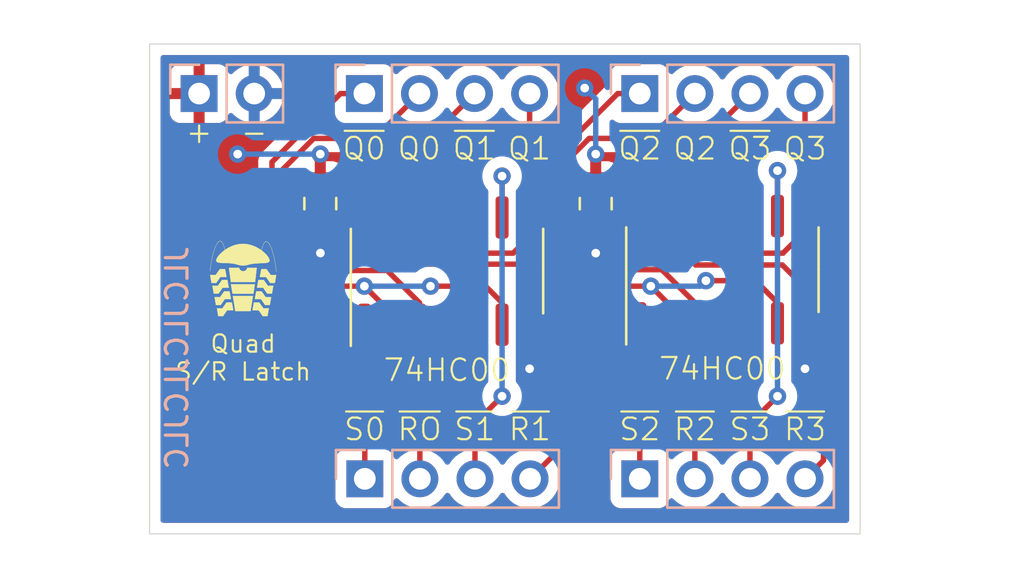
<source format=kicad_pcb>
(kicad_pcb (version 20211014) (generator pcbnew)
  (layers (0 "F.Cu" signal) (31 "B.Cu" signal) (34 "B.Paste" user) (35 "F.Paste" user) (36 "B.SilkS" user "B.Silkscreen") (37 "F.SilkS" user "F.Silkscreen") (38 "B.Mask" user) (39 "F.Mask" user) (44 "Edge.Cuts" user))
  (net 0 "")
  (net 1 "VCC")
  (net 2 "GND")
  (net 3 "/~{S0}")
  (net 4 "/~{R0}")
  (net 5 "/~{S1}")
  (net 6 "/~{R1}")
  (net 7 "/~{Q0}")
  (net 8 "/Q0")
  (net 9 "/~{Q1}")
  (net 10 "/Q1")
  (net 11 "/~{S2}")
  (net 12 "/~{Q2}")
  (net 13 "/Q2")
  (net 14 "/~{R2}")
  (net 15 "/Q3")
  (net 16 "/~{S3}")
  (net 17 "/~{Q3}")
  (net 18 "/~{R3}")
  (footprint "Stephenv6:trilobyte-logo-tiny" (layer "F.Cu") (at 131.816 85.982558)
    (fp_text reference "REF**" hide)
    (fp_text value "trilobyte-logo-tiny" hide)
    (fp_line (start 1.18856 4.238838) (end 1.210349 4.268917) (layer "F.SilkS") (width 0.013229))
    (fp_line (start -1.47656 5.210416) (end -1.499947 5.371484) (layer "F.SilkS") (width 0.013229))
    (fp_line (start 1.210349 4.268917) (end 1.252942 4.340618) (layer "F.SilkS") (width 0.013229))
    (fp_line (start 1.089605 4.160794) (end 1.108118 4.167306) (layer "F.SilkS") (width 0.013229))
    (fp_line (start -0.985756 4.167441) (end -1.001398 4.154511) (layer "F.SilkS") (width 0.013229))
    (fp_line (start -1.308313 4.495001) (end -1.341206 4.594051) (layer "F.SilkS") (width 0.013229))
    (fp_line (start -1.017583 4.145139) (end -1.034326 4.13949) (layer "F.SilkS") (width 0.013229))
    (fp_line (start -1.051645 4.137731) (end -1.069555 4.140024) (layer "F.SilkS") (width 0.013229))
    (fp_line (start -0.82438 4.584313) (end -0.84485 4.497365) (layer "F.SilkS") (width 0.013229))
    (fp_line (start -1.190348 4.248147) (end -1.190348 4.248147) (layer "F.SilkS") (width 0.013229))
    (fp_line (start 1.054383 4.16026) (end 1.071699 4.1585) (layer "F.SilkS") (width 0.013229))
    (fp_line (start -1.069555 4.140024) (end -1.088073 4.146536) (layer "F.SilkS") (width 0.013229))
    (fp_line (start -0.787086 4.771878) (end -0.82438 4.584313) (layer "F.SilkS") (width 0.013229))
    (fp_line (start 0.961979 4.246704) (end 0.990699 4.204535) (layer "F.SilkS") (width 0.013229))
    (fp_line (start 0.807092 4.792648) (end 0.844399 4.605083) (layer "F.SilkS") (width 0.013229))
    (fp_line (start 0.773786 4.989642) (end 0.807092 4.792648) (layer "F.SilkS") (width 0.013229))
    (fp_line (start -1.190348 4.248147) (end -1.232963 4.319849) (layer "F.SilkS") (width 0.013229))
    (fp_line (start 1.021458 4.17528) (end 1.037641 4.165909) (layer "F.SilkS") (width 0.013229))
    (fp_line (start -1.168547 4.218069) (end -1.190348 4.248147) (layer "F.SilkS") (width 0.013229))
    (fp_line (start 0.886745 4.437504) (end 0.910131 4.364508) (layer "F.SilkS") (width 0.013229))
    (fp_line (start 1.167459 4.213803) (end 1.18856 4.238838) (layer "F.SilkS") (width 0.013229))
    (fp_line (start 1.037641 4.165909) (end 1.054383 4.16026) (layer "F.SilkS") (width 0.013229))
    (fp_line (start 0.935166 4.300469) (end 0.961979 4.246704) (layer "F.SilkS") (width 0.013229))
    (fp_line (start -1.232963 4.319849) (end -1.272259 4.402867) (layer "F.SilkS") (width 0.013229))
    (fp_line (start -1.397819 4.804102) (end -1.442727 5.015423) (layer "F.SilkS") (width 0.013229))
    (fp_line (start 0.844399 4.605083) (end 0.864877 4.518135) (layer "F.SilkS") (width 0.013229))
    (fp_line (start -1.272259 4.402867) (end -1.308313 4.495001) (layer "F.SilkS") (width 0.013229))
    (fp_line (start -0.753785 4.968872) (end -0.787086 4.771878) (layer "F.SilkS") (width 0.013229))
    (fp_line (start -1.499947 5.371484) (end -1.517902 5.521455) (layer "F.SilkS") (width 0.013229))
    (fp_line (start -1.107215 4.157432) (end -1.126997 4.172876) (layer "F.SilkS") (width 0.013229))
    (fp_line (start 0.864877 4.518135) (end 0.886745 4.437504) (layer "F.SilkS") (width 0.013229))
    (fp_line (start -0.890087 4.343738) (end -0.915115 4.279699) (layer "F.SilkS") (width 0.013229))
    (fp_line (start 1.51993 5.392142) (end 1.537903 5.542092) (layer "F.SilkS") (width 0.013229))
    (fp_line (start 1.108118 4.167306) (end 1.127254 4.178202) (layer "F.SilkS") (width 0.013229))
    (fp_line (start 1.127254 4.178202) (end 1.147029 4.193646) (layer "F.SilkS") (width 0.013229))
    (fp_line (start -1.126997 4.172876) (end -1.147436 4.193033) (layer "F.SilkS") (width 0.013229))
    (fp_line (start -0.866709 4.416734) (end -0.890087 4.343738) (layer "F.SilkS") (width 0.013229))
    (fp_line (start 1.496527 5.231095) (end 1.51993 5.392142) (layer "F.SilkS") (width 0.013229))
    (fp_line (start -0.97064 4.183765) (end -0.985756 4.167441) (layer "F.SilkS") (width 0.013229))
    (fp_line (start -1.034326 4.13949) (end -1.051645 4.137731) (layer "F.SilkS") (width 0.013229))
    (fp_line (start -1.442727 5.015423) (end -1.47656 5.210416) (layer "F.SilkS") (width 0.013229))
    (fp_line (start 0.990699 4.204535) (end 1.005816 4.188211) (layer "F.SilkS") (width 0.013229))
    (fp_line (start 1.292222 4.423631) (end 1.328265 4.515758) (layer "F.SilkS") (width 0.013229))
    (fp_line (start 1.390957 4.718557) (end 1.417762 4.82483) (layer "F.SilkS") (width 0.013229))
    (fp_line (start 1.252942 4.340618) (end 1.292222 4.423631) (layer "F.SilkS") (width 0.013229))
    (fp_line (start -0.915115 4.279699) (end -0.941923 4.225934) (layer "F.SilkS") (width 0.013229))
    (fp_line (start 1.005816 4.188211) (end 1.021458 4.17528) (layer "F.SilkS") (width 0.013229))
    (fp_line (start -1.088073 4.146536) (end -1.107215 4.157432) (layer "F.SilkS") (width 0.013229))
    (fp_line (start 1.147029 4.193646) (end 1.167459 4.213803) (layer "F.SilkS") (width 0.013229))
    (fp_line (start 1.361151 4.6148) (end 1.390957 4.718557) (layer "F.SilkS") (width 0.013229))
    (fp_line (start -1.001398 4.154511) (end -1.017583 4.145139) (layer "F.SilkS") (width 0.013229))
    (fp_line (start 1.417762 4.82483) (end 1.462679 5.036126) (layer "F.SilkS") (width 0.013229))
    (fp_line (start -1.341206 4.594051) (end -1.371015 4.697818) (layer "F.SilkS") (width 0.013229))
    (fp_line (start -1.147436 4.193033) (end -1.168547 4.218069) (layer "F.SilkS") (width 0.013229))
    (fp_line (start 1.328265 4.515758) (end 1.361151 4.6148) (layer "F.SilkS") (width 0.013229))
    (fp_line (start -0.84485 4.497365) (end -0.866709 4.416734) (layer "F.SilkS") (width 0.013229))
    (fp_line (start -1.371015 4.697818) (end -1.397819 4.804102) (layer "F.SilkS") (width 0.013229))
    (fp_line (start -0.941923 4.225934) (end -0.97064 4.183765) (layer "F.SilkS") (width 0.013229))
    (fp_line (start 1.210349 4.268917) (end 1.210349 4.268917) (layer "F.SilkS") (width 0.013229))
    (fp_line (start 1.462679 5.036126) (end 1.496527 5.231095) (layer "F.SilkS") (width 0.013229))
    (fp_line (start 1.071699 4.1585) (end 1.089605 4.160794) (layer "F.SilkS") (width 0.013229))
    (fp_line (start 0.910131 4.364508) (end 0.935166 4.300469) (layer "F.SilkS") (width 0.013229))
    (fp_poly (pts (xy -0.46539 6.67398) (xy -0.352942 7.371156) (xy 0.347014 7.371156) (xy 0.459462 6.67398) (xy -0.46539 6.67398)) (layer "F.SilkS") (width 0.013229) (fill solid))
    (fp_poly (pts (xy -0.00303 4.266536) (xy -0.069113 4.268348) (xy -0.13437 4.273651) (xy -0.198703 4.282246) (xy -0.262016 4.293934) (xy -0.32421 4.308515) (xy -0.38519 4.32579) (xy -0.444857 4.34556) (xy -0.503115 4.367625) (xy -0.615016 4.417845) (xy -0.720114 4.474856) (xy -0.817634 4.537063) (xy -0.906797 4.602871) (xy -0.986828 4.670687) (xy -1.056949 4.738917) (xy -1.116383 4.805965) (xy -1.164355 4.870239) (xy -1.200085 4.930143) (xy -1.222799 4.984083) (xy -1.229031 5.008318) (xy -1.231718 5.030465) (xy -1.230762 5.050323) (xy -1.226067 5.067695) (xy -1.219423 5.079972) (xy -1.210251 5.09087) (xy -1.198654 5.100477) (xy -1.184733 5.108882) (xy -1.168593 5.116176) (xy -1.150335 5.122447) (xy -1.130063 5.127785) (xy -1.107878 5.13228) (xy -1.058184 5.139097) (xy -1.002073 5.143613) (xy -0.87389 5.148607) (xy -0.729899 5.152988) (xy -0.65403 5.156737) (xy -0.576674 5.162479) (xy -0.498651 5.170931) (xy -0.420785 5.182808) (xy -0.382167 5.190254) (xy -0.343895 5.198825) (xy -0.306074 5.208609) (xy -0.268804 5.219698) (xy -0.237212 5.229651) (xy -0.205341 5.238342) (xy -0.17323 5.24577) (xy -0.140914 5.251933) (xy -0.108432 5.256832) (xy -0.07582 5.260466) (xy -0.043116 5.262834) (xy -0.010356 5.263936) (xy 0.022421 5.263771) (xy 0.05518 5.262339) (xy 0.087882 5.259639) (xy 0.120491 5.255671) (xy 0.15297 5.250434) (xy 0.185281 5.243928) (xy 0.217387 5.236152) (xy 0.249251 5.227106) (xy 0.326672 5.207381) (xy 0.405603 5.192106) (xy 0.485243 5.180607) (xy 0.564789 5.172209) (xy 0.720386 5.162017) (xy 0.865977 5.156131) (xy 0.995141 5.149154) (xy 1.051557 5.14357) (xy 1.101458 5.135688) (xy 1.144043 5.124835) (xy 1.178509 5.110334) (xy 1.192447 5.101506) (xy 1.204054 5.091512) (xy 1.213229 5.08027) (xy 1.219874 5.067695) (xy 1.224588 5.049974) (xy 1.225549 5.029809) (xy 1.222856 5.007398) (xy 1.216606 4.982938) (xy 1.206899 4.956625) (xy 1.193833 4.928658) (xy 1.177505 4.899232) (xy 1.158015 4.868546) (xy 1.13546 4.836796) (xy 1.109939 4.80418) (xy 1.08155 4.770895) (xy 1.050391 4.737138) (xy 1.016561 4.703106) (xy 0.980158 4.668996) (xy 0.94128 4.635006) (xy 0.900026 4.601333) (xy 0.856493 4.568174) (xy 0.810781 4.535726) (xy 0.762987 4.504186) (xy 0.71321 4.473751) (xy 0.661548 4.444619) (xy 0.608099 4.416987) (xy 0.552962 4.391052) (xy 0.496234 4.367012) (xy 0.438015 4.345062) (xy 0.378403 4.325401) (xy 0.317495 4.308226) (xy 0.255391 4.293733) (xy 0.192188 4.282121) (xy 0.127984 4.273586) (xy 0.062879 4.268325) (xy -0.00303 4.266536)) (layer "F.SilkS") (width 0.013229) (fill solid))
    (fp_poly (pts (xy -0.643983 5.370907) (xy -0.174877 5.370907) (xy -0.174098 5.37687) (xy -0.173147 5.382805) (xy -0.172026 5.388707) (xy -0.170736 5.394574) (xy -0.169277 5.4004) (xy -0.16765 5.406184) (xy -0.165856 5.41192) (xy -0.163897 5.417606) (xy -0.162846 5.420012) (xy -0.161749 5.422396) (xy -0.160607 5.424757) (xy -0.15942 5.427094) (xy -0.158188 5.429406) (xy -0.156912 5.431694) (xy -0.155592 5.433956) (xy -0.154229 5.436192) (xy -0.152823 5.438401) (xy -0.151373 5.440583) (xy -0.149882 5.442736) (xy -0.148349 5.444861) (xy -0.146774 5.446956) (xy -0.145158 5.449022) (xy -0.143501 5.451056) (xy -0.141804 5.45306) (xy -0.139515 5.455978) (xy -0.137175 5.458852) (xy -0.134784 5.461681) (xy -0.132342 5.464465) (xy -0.12985 5.467202) (xy -0.127309 5.469892) (xy -0.124719 5.472535) (xy -0.122081 5.475129) (xy -0.119397 5.477675) (xy -0.116665 5.480171) (xy -0.113888 5.482617) (xy -0.111066 5.485012) (xy -0.108199 5.487355) (xy -0.105289 5.489647) (xy -0.102335 5.491885) (xy -0.099339 5.494071) (xy -0.095465 5.49671) (xy -0.091534 5.499255) (xy -0.087548 5.501704) (xy -0.083508 5.504058) (xy -0.079415 5.506314) (xy -0.075273 5.508472) (xy -0.071082 5.510532) (xy -0.066844 5.512492) (xy -0.062561 5.514352) (xy -0.058235 5.516111) (xy -0.053868 5.517768) (xy -0.049461 5.519322) (xy -0.045016 5.520773) (xy -0.040535 5.52212) (xy -0.03602 5.523361) (xy -0.031473 5.524497) (xy -0.027056 5.525552) (xy -0.022616 5.5265) (xy -0.018156 5.52734) (xy -0.013678 5.528073) (xy -0.009184 5.528698) (xy -0.004675 5.529214) (xy -0.000154 5.529622) (xy 0.004378 5.529922) (xy 0.008588 5.530073) (xy 0.012799 5.530125) (xy 0.01701 5.530076) (xy 0.021217 5.529928) (xy 0.025419 5.529679) (xy 0.029615 5.52933) (xy 0.033802 5.528882) (xy 0.03798 5.528334) (xy 0.042011 5.527593) (xy 0.046021 5.526761) (xy 0.050008 5.525841) (xy 0.05397 5.524831) (xy 0.057907 5.523733) (xy 0.061817 5.522548) (xy 0.065698 5.521275) (xy 0.069549 5.519915) (xy 0.073369 5.518469) (xy 0.077155 5.516937) (xy 0.080907 5.51532) (xy 0.084623 5.513618) (xy 0.088302 5.511833) (xy 0.091942 5.509964) (xy 0.095541 5.508011) (xy 0.099099 5.505976) (xy 0.102816 5.503865) (xy 0.106485 5.501676) (xy 0.110102 5.49941) (xy 0.113669 5.497068) (xy 0.117182 5.494651) (xy 0.120641 5.492159) (xy 0.124046 5.489595) (xy 0.127394 5.486959) (xy 0.130684 5.484251) (xy 0.133917 5.481473) (xy 0.137089 5.478625) (xy 0.140201 5.475709) (xy 0.14325 5.472726) (xy 0.146237 5.469675) (xy 0.149159 5.466559) (xy 0.152016 5.463379) (xy 0.15456 5.46061) (xy 0.15703 5.457782) (xy 0.159426 5.454895) (xy 0.161747 5.45195) (xy 0.163991 5.44895) (xy 0.166158 5.445896) (xy 0.168247 5.442789) (xy 0.170256 5.439632) (xy 0.172185 5.436424) (xy 0.174034 5.433169) (xy 0.1758 5.429867) (xy 0.177483 5.42652) (xy 0.179083 5.423129) (xy 0.180598 5.419696) (xy 0.182026 5.416223) (xy 0.183369 5.412711) (xy 0.184965 5.407551) (xy 0.186493 5.40237) (xy 0.187952 5.39717) (xy 0.189343 5.391952) (xy 0.190665 5.386716) (xy 0.191918 5.381463) (xy 0.193102 5.376193) (xy 0.194217 5.370907) (xy 0.634483 5.370907) (xy 0.559474 6.024692) (xy -0.555877 6.024692) (xy -0.643983 5.370907)) (layer "F.SilkS") (width 0.013229) (fill solid))
    (fp_poly (pts (xy 0.504838 6.969519) (xy 0.439221 7.330279) (xy 0.724706 7.330279) (xy 0.911767 7.60227) (xy 1.129783 7.60227) (xy 1.191431 7.239527) (xy 0.940739 7.241511) (xy 0.745873 6.969519) (xy 0.504838 6.969519)) (layer "F.SilkS") (width 0.013229) (fill solid))
    (fp_poly (pts (xy 0.845621 5.434804) (xy 0.780004 5.795431) (xy 1.06549 5.795431) (xy 1.25255 6.067422) (xy 1.470566 6.067422) (xy 1.532214 5.704811) (xy 1.281522 5.706795) (xy 1.086656 5.434804) (xy 0.845621 5.434804)) (layer "F.SilkS") (width 0.013229) (fill solid))
    (fp_poly (pts (xy -0.825091 5.434804) (xy -0.759606 5.795431) (xy -1.045092 5.795431) (xy -1.232152 6.067422) (xy -1.450169 6.067422) (xy -1.511817 5.704811) (xy -1.261124 5.706795) (xy -1.066258 5.434804) (xy -0.825091 5.434804)) (layer "F.SilkS") (width 0.013229) (fill solid))
    (fp_poly (pts (xy 0.612523 6.455963) (xy 0.547039 6.81659) (xy 0.832392 6.81659) (xy 1.019584 7.088582) (xy 1.237469 7.088582) (xy 1.299249 6.72597) (xy 1.048556 6.727955) (xy 0.853691 6.455963) (xy 0.612523 6.455963)) (layer "F.SilkS") (width 0.013229) (fill solid))
    (fp_poly (pts (xy -0.620965 6.455963) (xy -0.55548 6.81659) (xy -0.840833 6.81659) (xy -1.028026 7.088582) (xy -1.24591 7.088582) (xy -1.307691 6.72597) (xy -1.056866 6.727955) (xy -0.862132 6.455963) (xy -0.620965 6.455963)) (layer "F.SilkS") (width 0.013229) (fill solid))
    (fp_poly (pts (xy -0.301348 4.606922) (xy -0.30145 4.607871) (xy -0.30172 4.609548) (xy -0.302538 4.614033) (xy -0.303729 4.620152) (xy -0.314845 4.62122) (xy -0.325934 4.622514) (xy -0.336992 4.624032) (xy -0.348016 4.625774) (xy -0.359003 4.627739) (xy -0.369948 4.629927) (xy -0.380849 4.632336) (xy -0.391702 4.634968) (xy -0.397398 4.636709) (xy -0.40307 4.638525) (xy -0.408716 4.640416) (xy -0.414337 4.64238) (xy -0.419932 4.644419) (xy -0.425499 4.646531) (xy -0.431039 4.648716) (xy -0.43655 4.650975) (xy -0.438162 4.651618) (xy -0.439975 4.652373) (xy -0.444504 4.654316) (xy -0.450744 4.657003) (xy -0.459304 4.660633) (xy -0.482323 4.670422) (xy -0.48719 4.672742) (xy -0.492019 4.675137) (xy -0.49681 4.677607) (xy -0.501562 4.680151) (xy -0.506273 4.682769) (xy -0.510944 4.68546) (xy -0.515572 4.688223) (xy -0.520158 4.691059) (xy -0.525081 4.694723) (xy -0.52995 4.698538) (xy -0.539654 4.706439) (xy -0.544556 4.710431) (xy -0.549533 4.714389) (xy -0.554619 4.718266) (xy -0.557212 4.72016) (xy -0.559846 4.722016) (xy -0.560278 4.722556) (xy -0.560719 4.723088) (xy -0.561169 4.723612) (xy -0.561628 4.724129) (xy -0.562096 4.724638) (xy -0.562572 4.725139) (xy -0.563056 4.725632) (xy -0.563549 4.726117) (xy -0.564348 4.726898) (xy -0.565077 4.727576) (xy -0.565766 4.728187) (xy -0.566444 4.728763) (xy -0.567884 4.729949) (xy -0.568706 4.730628) (xy -0.569635 4.731409) (xy -0.574662 4.736436) (xy -0.581938 4.744638) (xy -0.586833 4.750326) (xy -0.591159 4.748767) (xy -0.595439 4.747094) (xy -0.599671 4.745308) (xy -0.603853 4.743409) (xy -0.607983 4.7414) (xy -0.612059 4.739281) (xy -0.616078 4.737052) (xy -0.620038 4.734716) (xy -0.622086 4.733576) (xy -0.624096 4.732377) (xy -0.626066 4.73112) (xy -0.627996 4.729806) (xy -0.629883 4.728436) (xy -0.631728 4.727011) (xy -0.633529 4.725532) (xy -0.635284 4.724001) (xy -0.636993 4.722418) (xy -0.638654 4.720784) (xy -0.640266 4.719101) (xy -0.641828 4.717369) (xy -0.64334 4.71559) (xy -0.644799 4.713764) (xy -0.646204 4.711893) (xy -0.647555 4.709977) (xy -0.657609 4.691457) (xy -0.641734 4.673862) (xy -0.635913 4.667925) (xy -0.63113 4.663091) (xy -0.628998 4.660961) (xy -0.627315 4.65931) (xy -0.623572 4.655681) (xy -0.619768 4.652119) (xy -0.615903 4.648625) (xy -0.611978 4.645198) (xy -0.607994 4.641841) (xy -0.603952 4.638553) (xy -0.599853 4.635336) (xy -0.595697 4.63219) (xy -0.592168 4.629313) (xy -0.588592 4.626497) (xy -0.584971 4.623741) (xy -0.581303 4.621046) (xy -0.577592 4.618414) (xy -0.573836 4.615843) (xy -0.570037 4.613336) (xy -0.566196 4.610892) (xy -0.564048 4.609563) (xy -0.561863 4.608246) (xy -0.557332 4.6056) (xy -0.547278 4.599911) (xy -0.540529 4.596182) (xy -0.535157 4.593297) (xy -0.531149 4.591205) (xy -0.528493 4.589857) (xy -0.516851 4.584036) (xy -0.501875 4.577167) (xy -0.486736 4.570687) (xy -0.47144 4.564597) (xy -0.455997 4.558902) (xy -0.440413 4.553604) (xy -0.424696 4.548705) (xy -0.408854 4.544208) (xy -0.392894 4.540116) (xy -0.378848 4.537192) (xy -0.364865 4.534588) (xy -0.351501 4.532325) (xy -0.339316 4.530425) (xy -0.313519 4.526886) (xy -0.312543 4.529197) (xy -0.310178 4.534956) (xy -0.308739 4.538578) (xy -0.307268 4.542401) (xy -0.305872 4.546206) (xy -0.304655 4.549773) (xy -0.303712 4.553266) (xy -0.302866 4.55678) (xy -0.302119 4.560311) (xy -0.301469 4.563858) (xy -0.300917 4.567419) (xy -0.300463 4.570992) (xy -0.300108 4.574575) (xy -0.29985 4.578165) (xy -0.299692 4.581761) (xy -0.299632 4.585361) (xy -0.29967 4.588962) (xy -0.299808 4.592563) (xy -0.300044 4.596162) (xy -0.300379 4.599756) (xy -0.300814 4.603344) (xy -0.301348 4.606922)) (layer "F.SilkS") (width 0.013229) (fill solid))
    (fp_poly (pts (xy -0.513279 6.969519) (xy -0.447662 7.330279) (xy -0.733148 7.330279) (xy -0.920208 7.60227) (xy -1.138225 7.60227) (xy -1.199873 7.239527) (xy -0.94918 7.241511) (xy -0.754314 6.969519) (xy -0.513279 6.969519)) (layer "F.SilkS") (width 0.013229) (fill solid))
    (fp_poly (pts (xy -0.55548 6.131452) (xy 0.546509 6.131452) (xy 0.481951 6.567088) (xy -0.479545 6.567088) (xy -0.55548 6.131452)) (layer "F.SilkS") (width 0.013229) (fill solid))
    (fp_poly (pts (xy -0.720448 5.929045) (xy -0.654963 6.289804) (xy -0.940449 6.289804) (xy -1.127509 6.561796) (xy -1.345394 6.561796) (xy -1.407174 6.199185) (xy -1.156481 6.201037) (xy -0.961616 5.929045) (xy -0.720448 5.929045)) (layer "F.SilkS") (width 0.013229) (fill solid))
    (fp_poly (pts (xy 0.591489 4.7199) (xy 0.588609 4.722146) (xy 0.585669 4.72431) (xy 0.582672 4.726392) (xy 0.579619 4.728389) (xy 0.576512 4.7303) (xy 0.573352 4.732125) (xy 0.570142 4.733862) (xy 0.566882 4.73551) (xy 0.565314 4.734224) (xy 0.561277 4.730979) (xy 0.558646 4.728908) (xy 0.555776 4.726692) (xy 0.552791 4.724445) (xy 0.549817 4.722281) (xy 0.547521 4.720793) (xy 0.545204 4.719338) (xy 0.542868 4.717915) (xy 0.540512 4.716525) (xy 0.538137 4.715169) (xy 0.535743 4.713846) (xy 0.53333 4.712556) (xy 0.530899 4.711301) (xy 0.520299 4.70505) (xy 0.513728 4.701106) (xy 0.506425 4.696617) (xy 0.482745 4.685768) (xy 0.478228 4.683897) (xy 0.472806 4.681717) (xy 0.469752 4.680537) (xy 0.466467 4.679313) (xy 0.462949 4.678054) (xy 0.459197 4.676772) (xy 0.447902 4.673267) (xy 0.441058 4.671191) (xy 0.433532 4.668967) (xy 0.42064 4.665311) (xy 0.412848 4.663193) (xy 0.404213 4.660947) (xy 0.394779 4.65862) (xy 0.384586 4.656261) (xy 0.373678 4.653917) (xy 0.362095 4.651637) (xy 0.351921 4.649786) (xy 0.341721 4.648099) (xy 0.331496 4.646577) (xy 0.321249 4.645221) (xy 0.310981 4.64403) (xy 0.300695 4.643004) (xy 0.290391 4.642144) (xy 0.280074 4.641451) (xy 0.278916 4.632802) (xy 0.277953 4.624875) (xy 0.277516 4.620852) (xy 0.277163 4.617109) (xy 0.276691 4.612367) (xy 0.276377 4.607617) (xy 0.276222 4.602861) (xy 0.276226 4.598103) (xy 0.276388 4.593349) (xy 0.276709 4.588601) (xy 0.277187 4.583864) (xy 0.277825 4.579142) (xy 0.278632 4.575153) (xy 0.279516 4.571182) (xy 0.280477 4.56723) (xy 0.281515 4.563298) (xy 0.282629 4.559387) (xy 0.283818 4.555497) (xy 0.285083 4.551631) (xy 0.286423 4.547788) (xy 0.286424 4.547788) (xy 0.309525 4.55017) (xy 0.320343 4.551393) (xy 0.332132 4.552811) (xy 0.344372 4.554397) (xy 0.356538 4.556123) (xy 0.366155 4.557602) (xy 0.375748 4.559216) (xy 0.385316 4.560966) (xy 0.394859 4.56285) (xy 0.404373 4.56487) (xy 0.413859 4.567023) (xy 0.423314 4.569311) (xy 0.432738 4.571733) (xy 0.44153 4.574085) (xy 0.450284 4.576569) (xy 0.458999 4.579185) (xy 0.467672 4.581932) (xy 0.476303 4.58481) (xy 0.48489 4.587818) (xy 0.493432 4.590956) (xy 0.501926 4.594223) (xy 0.515156 4.599647) (xy 0.522316 4.602458) (xy 0.525927 4.603926) (xy 0.529576 4.605468) (xy 0.533807 4.607359) (xy 0.53882 4.609685) (xy 0.549155 4.614596) (xy 0.553969 4.617186) (xy 0.558496 4.619689) (xy 0.566733 4.624386) (xy 0.573954 4.628586) (xy 0.580244 4.632191) (xy 0.583443 4.633977) (xy 0.586617 4.635806) (xy 0.589766 4.637678) (xy 0.592889 4.639593) (xy 0.595986 4.641549) (xy 0.599056 4.643548) (xy 0.602099 4.645588) (xy 0.605114 4.647669) (xy 0.60785 4.649735) (xy 0.610547 4.651849) (xy 0.613205 4.654011) (xy 0.615823 4.656222) (xy 0.618401 4.658479) (xy 0.620937 4.660783) (xy 0.623432 4.663133) (xy 0.625884 4.665528) (xy 0.608422 4.696881) (xy 0.607693 4.698537) (xy 0.606917 4.700169) (xy 0.606095 4.701775) (xy 0.605227 4.703354) (xy 0.604313 4.704906) (xy 0.603356 4.706429) (xy 0.602354 4.707924) (xy 0.60131 4.709388) (xy 0.600223 4.710821) (xy 0.599095 4.712222) (xy 0.597926 4.713589) (xy 0.596716 4.714923) (xy 0.595467 4.716222) (xy 0.594178 4.717485) (xy 0.592852 4.718711) (xy 0.591488 4.7199) (xy 0.591489 4.7199)) (layer "F.SilkS") (width 0.013229) (fill solid))
    (fp_poly (pts (xy 0.712006 5.929045) (xy 0.646522 6.289804) (xy 0.932007 6.289804) (xy 1.119068 6.561796) (xy 1.337084 6.561796) (xy 1.398732 6.199185) (xy 1.14804 6.201037) (xy 0.953174 5.929045) (xy 0.712006 5.929045)) (layer "F.SilkS") (width 0.013229) (fill solid))
  )
  (footprint "Capacitor_SMD:C_0805_2012Metric" (layer "F.Cu") (at 148.082 88.392 -90)
    (fp_text reference "C2" hide)
    (fp_text value "C" hide)
    (fp_line (start -0.261252 0.735) (end 0.261252 0.735) (layer "F.SilkS") (width 0.12))
    (fp_line (start -0.261252 -0.735) (end 0.261252 -0.735) (layer "F.SilkS") (width 0.12))
    (pad "1" smd roundrect locked (at -0.95 0 270) (size 1 1.45) (layers "F.Cu" "F.Paste" "F.Mask") (net 1 "VCC"))
    (pad "2" smd roundrect locked (at 0.95 0 270) (size 1 1.45) (layers "F.Cu" "F.Paste" "F.Mask") (net 2 "GND"))
  )
  (footprint "Package_SO:SOIC-14_3.9x8.7mm_P1.27mm" (layer "F.Cu") (at 141.224 91.506 90)
    (fp_text reference "U1" hide)
    (fp_text value "74LS00" hide)
    (fp_text user "74HC00" (at -4.572 0 unlocked) (layer "F.SilkS") (effects (font (thickness 0.1))))
    (fp_line (start 0 4.435) (end 1.95 4.435) (layer "F.SilkS") (width 0.12))
    (fp_line (start 0 -4.435) (end -3.45 -4.435) (layer "F.SilkS") (width 0.12))
    (fp_line (start 0 4.435) (end -1.95 4.435) (layer "F.SilkS") (width 0.12))
    (fp_line (start 0 -4.435) (end 1.95 -4.435) (layer "F.SilkS") (width 0.12))
    (pad "1" smd roundrect locked (at -2.475 -3.81 90) (size 1.95 0.6) (layers "F.Cu" "F.Paste" "F.Mask") (net 3 "/~{S0}"))
    (pad "2" smd roundrect locked (at -2.475 -2.54 90) (size 1.95 0.6) (layers "F.Cu" "F.Paste" "F.Mask") (net 7 "/~{Q0}"))
    (pad "3" smd roundrect locked (at -2.475 -1.27 90) (size 1.95 0.6) (layers "F.Cu" "F.Paste" "F.Mask") (net 8 "/Q0"))
    (pad "4" smd roundrect locked (at -2.475 0 90) (size 1.95 0.6) (layers "F.Cu" "F.Paste" "F.Mask") (net 8 "/Q0"))
    (pad "5" smd roundrect locked (at -2.475 1.27 90) (size 1.95 0.6) (layers "F.Cu" "F.Paste" "F.Mask") (net 4 "/~{R0}"))
    (pad "6" smd roundrect locked (at -2.475 2.54 90) (size 1.95 0.6) (layers "F.Cu" "F.Paste" "F.Mask") (net 7 "/~{Q0}"))
    (pad "7" smd roundrect locked (at -2.475 3.81 90) (size 1.95 0.6) (layers "F.Cu" "F.Paste" "F.Mask") (net 2 "GND"))
    (pad "8" smd roundrect locked (at 2.475 3.81 90) (size 1.95 0.6) (layers "F.Cu" "F.Paste" "F.Mask") (net 10 "/Q1"))
    (pad "9" smd roundrect locked (at 2.475 2.54 90) (size 1.95 0.6) (layers "F.Cu" "F.Paste" "F.Mask") (net 5 "/~{S1}"))
    (pad "10" smd roundrect locked (at 2.475 1.27 90) (size 1.95 0.6) (layers "F.Cu" "F.Paste" "F.Mask") (net 9 "/~{Q1}"))
    (pad "11" smd roundrect locked (at 2.475 0 90) (size 1.95 0.6) (layers "F.Cu" "F.Paste" "F.Mask") (net 9 "/~{Q1}"))
    (pad "12" smd roundrect locked (at 2.475 -1.27 90) (size 1.95 0.6) (layers "F.Cu" "F.Paste" "F.Mask") (net 10 "/Q1"))
    (pad "13" smd roundrect locked (at 2.475 -2.54 90) (size 1.95 0.6) (layers "F.Cu" "F.Paste" "F.Mask") (net 6 "/~{R1}"))
    (pad "14" smd roundrect locked (at 2.475 -3.81 90) (size 1.95 0.6) (layers "F.Cu" "F.Paste" "F.Mask") (net 1 "VCC"))
  )
  (footprint "Capacitor_SMD:C_0805_2012Metric" (layer "F.Cu") (at 135.382 88.392 -90)
    (fp_text reference "C1" hide)
    (fp_text value "C" hide)
    (fp_line (start -0.261252 -0.735) (end 0.261252 -0.735) (layer "F.SilkS") (width 0.12))
    (fp_line (start -0.261252 0.735) (end 0.261252 0.735) (layer "F.SilkS") (width 0.12))
    (pad "1" smd roundrect locked (at -0.95 0 270) (size 1 1.45) (layers "F.Cu" "F.Paste" "F.Mask") (net 1 "VCC"))
    (pad "2" smd roundrect locked (at 0.95 0 270) (size 1 1.45) (layers "F.Cu" "F.Paste" "F.Mask") (net 2 "GND"))
  )
  (footprint "Package_SO:SOIC-14_3.9x8.7mm_P1.27mm" (layer "F.Cu") (at 153.924 91.44 90)
    (fp_text reference "U2" hide)
    (fp_text value "74LS00" hide)
    (fp_line (start 0 4.435) (end -1.95 4.435) (layer "F.SilkS") (width 0.12))
    (fp_line (start 0 -4.435) (end -3.45 -4.435) (layer "F.SilkS") (width 0.12))
    (fp_line (start 0 4.435) (end 1.95 4.435) (layer "F.SilkS") (width 0.12))
    (fp_line (start 0 -4.435) (end 1.95 -4.435) (layer "F.SilkS") (width 0.12))
    (pad "1" smd roundrect locked (at -2.475 -3.81 90) (size 1.95 0.6) (layers "F.Cu" "F.Paste" "F.Mask") (net 11 "/~{S2}"))
    (pad "2" smd roundrect locked (at -2.475 -2.54 90) (size 1.95 0.6) (layers "F.Cu" "F.Paste" "F.Mask") (net 12 "/~{Q2}"))
    (pad "3" smd roundrect locked (at -2.475 -1.27 90) (size 1.95 0.6) (layers "F.Cu" "F.Paste" "F.Mask") (net 13 "/Q2"))
    (pad "4" smd roundrect locked (at -2.475 0 90) (size 1.95 0.6) (layers "F.Cu" "F.Paste" "F.Mask") (net 13 "/Q2"))
    (pad "5" smd roundrect locked (at -2.475 1.27 90) (size 1.95 0.6) (layers "F.Cu" "F.Paste" "F.Mask") (net 14 "/~{R2}"))
    (pad "6" smd roundrect locked (at -2.475 2.54 90) (size 1.95 0.6) (layers "F.Cu" "F.Paste" "F.Mask") (net 12 "/~{Q2}"))
    (pad "7" smd roundrect locked (at -2.475 3.81 90) (size 1.95 0.6) (layers "F.Cu" "F.Paste" "F.Mask") (net 2 "GND"))
    (pad "8" smd roundrect locked (at 2.475 3.81 90) (size 1.95 0.6) (layers "F.Cu" "F.Paste" "F.Mask") (net 15 "/Q3"))
    (pad "9" smd roundrect locked (at 2.475 2.54 90) (size 1.95 0.6) (layers "F.Cu" "F.Paste" "F.Mask") (net 16 "/~{S3}"))
    (pad "10" smd roundrect locked (at 2.475 1.27 90) (size 1.95 0.6) (layers "F.Cu" "F.Paste" "F.Mask") (net 17 "/~{Q3}"))
    (pad "11" smd roundrect locked (at 2.475 0 90) (size 1.95 0.6) (layers "F.Cu" "F.Paste" "F.Mask") (net 17 "/~{Q3}"))
    (pad "12" smd roundrect locked (at 2.475 -1.27 90) (size 1.95 0.6) (layers "F.Cu" "F.Paste" "F.Mask") (net 15 "/Q3"))
    (pad "13" smd roundrect locked (at 2.475 -2.54 90) (size 1.95 0.6) (layers "F.Cu" "F.Paste" "F.Mask") (net 18 "/~{R3}"))
    (pad "14" smd roundrect locked (at 2.475 -3.81 90) (size 1.95 0.6) (layers "F.Cu" "F.Paste" "F.Mask") (net 1 "VCC"))
  )
  (footprint "Connector_PinHeader_2.54mm:PinHeader_1x04_P2.54mm_Vertical" (layer "B.Cu") (at 150.114 101.092 -90)
    (fp_text reference "J3" hide)
    (fp_text value "Conn_01x04" hide)
    (fp_line (start -1.33 -1.27) (end 1.33 -1.27) (layer "B.SilkS") (width 0.12))
    (fp_line (start -1.33 0) (end -1.33 1.33) (layer "B.SilkS") (width 0.12))
    (fp_line (start -1.33 1.33) (end 0 1.33) (layer "B.SilkS") (width 0.12))
    (fp_line (start -1.33 -8.95) (end 1.33 -8.95) (layer "B.SilkS") (width 0.12))
    (fp_line (start 1.33 -1.27) (end 1.33 -8.95) (layer "B.SilkS") (width 0.12))
    (fp_line (start -1.33 -1.27) (end -1.33 -8.95) (layer "B.SilkS") (width 0.12))
    (pad "1" thru_hole rect locked (at 0 0 270) (size 1.7 1.7) (drill 1) (layers *.Cu *.Mask) (net 11 "/~{S2}"))
    (pad "2" thru_hole oval locked (at 0 -2.54 270) (size 1.7 1.7) (drill 1) (layers *.Cu *.Mask) (net 14 "/~{R2}"))
    (pad "3" thru_hole oval locked (at 0 -5.08 270) (size 1.7 1.7) (drill 1) (layers *.Cu *.Mask) (net 16 "/~{S3}"))
    (pad "4" thru_hole oval locked (at 0 -7.62 270) (size 1.7 1.7) (drill 1) (layers *.Cu *.Mask) (net 18 "/~{R3}"))
  )
  (footprint "Connector_PinHeader_2.54mm:PinHeader_1x02_P2.54mm_Vertical" (layer "B.Cu") (at 129.794 83.312 -90)
    (fp_text reference "J2" hide)
    (fp_text value "Conn_01x02" hide)
    (fp_line (start -1.33 0) (end -1.33 1.33) (layer "B.SilkS") (width 0.12))
    (fp_line (start -1.33 -1.27) (end 1.33 -1.27) (layer "B.SilkS") (width 0.12))
    (fp_line (start 1.33 -1.27) (end 1.33 -3.87) (layer "B.SilkS") (width 0.12))
    (fp_line (start -1.33 1.33) (end 0 1.33) (layer "B.SilkS") (width 0.12))
    (fp_line (start -1.33 -3.87) (end 1.33 -3.87) (layer "B.SilkS") (width 0.12))
    (fp_line (start -1.33 -1.27) (end -1.33 -3.87) (layer "B.SilkS") (width 0.12))
    (pad "1" thru_hole rect locked (at 0 0 270) (size 1.7 1.7) (drill 1) (layers *.Cu *.Mask) (net 1 "VCC"))
    (pad "2" thru_hole oval locked (at 0 -2.54 270) (size 1.7 1.7) (drill 1) (layers *.Cu *.Mask) (net 2 "GND"))
  )
  (footprint "Connector_PinHeader_2.54mm:PinHeader_1x04_P2.54mm_Vertical" (layer "B.Cu") (at 137.414 83.312 -90)
    (fp_text reference "J5" hide)
    (fp_text value "Conn_01x04" hide)
    (fp_line (start -1.33 0) (end -1.33 1.33) (layer "B.SilkS") (width 0.12))
    (fp_line (start -1.33 -8.95) (end 1.33 -8.95) (layer "B.SilkS") (width 0.12))
    (fp_line (start 1.33 -1.27) (end 1.33 -8.95) (layer "B.SilkS") (width 0.12))
    (fp_line (start -1.33 1.33) (end 0 1.33) (layer "B.SilkS") (width 0.12))
    (fp_line (start -1.33 -1.27) (end -1.33 -8.95) (layer "B.SilkS") (width 0.12))
    (fp_line (start -1.33 -1.27) (end 1.33 -1.27) (layer "B.SilkS") (width 0.12))
    (pad "1" thru_hole rect locked (at 0 0 270) (size 1.7 1.7) (drill 1) (layers *.Cu *.Mask) (net 7 "/~{Q0}"))
    (pad "2" thru_hole oval locked (at 0 -2.54 270) (size 1.7 1.7) (drill 1) (layers *.Cu *.Mask) (net 8 "/Q0"))
    (pad "3" thru_hole oval locked (at 0 -5.08 270) (size 1.7 1.7) (drill 1) (layers *.Cu *.Mask) (net 9 "/~{Q1}"))
    (pad "4" thru_hole oval locked (at 0 -7.62 270) (size 1.7 1.7) (drill 1) (layers *.Cu *.Mask) (net 10 "/Q1"))
  )
  (footprint "Connector_PinHeader_2.54mm:PinHeader_1x04_P2.54mm_Vertical" (layer "B.Cu") (at 150.114 83.312 -90)
    (fp_text reference "J4" hide)
    (fp_text value "Conn_01x04" hide)
    (fp_line (start -1.33 -1.27) (end -1.33 -8.95) (layer "B.SilkS") (width 0.12))
    (fp_line (start -1.33 1.33) (end 0 1.33) (layer "B.SilkS") (width 0.12))
    (fp_line (start -1.33 -8.95) (end 1.33 -8.95) (layer "B.SilkS") (width 0.12))
    (fp_line (start 1.33 -1.27) (end 1.33 -8.95) (layer "B.SilkS") (width 0.12))
    (fp_line (start -1.33 -1.27) (end 1.33 -1.27) (layer "B.SilkS") (width 0.12))
    (fp_line (start -1.33 0) (end -1.33 1.33) (layer "B.SilkS") (width 0.12))
    (pad "1" thru_hole rect locked (at 0 0 270) (size 1.7 1.7) (drill 1) (layers *.Cu *.Mask) (net 12 "/~{Q2}"))
    (pad "2" thru_hole oval locked (at 0 -2.54 270) (size 1.7 1.7) (drill 1) (layers *.Cu *.Mask) (net 13 "/Q2"))
    (pad "3" thru_hole oval locked (at 0 -5.08 270) (size 1.7 1.7) (drill 1) (layers *.Cu *.Mask) (net 17 "/~{Q3}"))
    (pad "4" thru_hole oval locked (at 0 -7.62 270) (size 1.7 1.7) (drill 1) (layers *.Cu *.Mask) (net 15 "/Q3"))
  )
  (footprint "Connector_PinHeader_2.54mm:PinHeader_1x04_P2.54mm_Vertical" (layer "B.Cu") (at 137.434 101.092 -90)
    (fp_text reference "J1" hide)
    (fp_text value "Conn_01x04" hide)
    (fp_line (start 1.33 -1.27) (end 1.33 -8.95) (layer "B.SilkS") (width 0.12))
    (fp_line (start -1.33 -8.95) (end 1.33 -8.95) (layer "B.SilkS") (width 0.12))
    (fp_line (start -1.33 0) (end -1.33 1.33) (layer "B.SilkS") (width 0.12))
    (fp_line (start -1.33 -1.27) (end -1.33 -8.95) (layer "B.SilkS") (width 0.12))
    (fp_line (start -1.33 1.33) (end 0 1.33) (layer "B.SilkS") (width 0.12))
    (fp_line (start -1.33 -1.27) (end 1.33 -1.27) (layer "B.SilkS") (width 0.12))
    (pad "1" thru_hole rect locked (at 0 0 270) (size 1.7 1.7) (drill 1) (layers *.Cu *.Mask) (net 3 "/~{S0}"))
    (pad "2" thru_hole oval locked (at 0 -2.54 270) (size 1.7 1.7) (drill 1) (layers *.Cu *.Mask) (net 4 "/~{R0}"))
    (pad "3" thru_hole oval locked (at 0 -5.08 270) (size 1.7 1.7) (drill 1) (layers *.Cu *.Mask) (net 5 "/~{S1}"))
    (pad "4" thru_hole oval locked (at 0 -7.62 270) (size 1.7 1.7) (drill 1) (layers *.Cu *.Mask) (net 6 "/~{R1}"))
  )
  (gr_rect (start 127.508 81.026) (end 160.274 103.632) (layer "Edge.Cuts") (width 0.05) (fill none))
  (gr_text "JLCJLCJLCJLC" (at 128.778 95.504 90) (layer "B.SilkS") (effects (font (size 1 1)) (justify mirror)))
  (gr_text "~{R1}" (at 145.044 98.806) (layer "F.SilkS") (effects (font (size 1 1) (thickness 0.1))))
  (gr_text "~{Q0}" (at 137.404 85.852) (layer "F.SilkS") (effects (font (size 1 1) (thickness 0.1))))
  (gr_text "Quad\nS/R Latch" (at 131.826 95.504) (layer "F.SilkS") (effects (font (size 0.8 0.8) (thickness 0.1))))
  (gr_text "+" (at 129.794 85.09) (layer "F.SilkS") (effects (font (size 1 1) (thickness 0.1))))
  (gr_text "~{RO}" (at 139.964 98.806) (layer "F.SilkS") (effects (font (size 1 1) (thickness 0.1))))
  (gr_text "~{Q1}" (at 142.484 85.852) (layer "F.SilkS") (effects (font (size 1 1) (thickness 0.1))))
  (gr_text "~{S2}" (at 150.114 98.806) (layer "F.SilkS") (effects (font (size 1 1) (thickness 0.1))))
  (gr_text "Q3" (at 157.734 85.852) (layer "F.SilkS") (effects (font (size 1 1) (thickness 0.1))))
  (gr_text "~{R2}" (at 152.654 98.806) (layer "F.SilkS") (effects (font (size 1 1) (thickness 0.1))))
  (gr_text "~{S0}" (at 137.424 98.806) (layer "F.SilkS") (effects (font (size 1 1) (thickness 0.1))))
  (gr_text "Q0" (at 139.944 85.852) (layer "F.SilkS") (effects (font (size 1 1) (thickness 0.1))))
  (gr_text "74HC00" (at 153.924 96.012) (layer "F.SilkS") (effects (font (size 1 1) (thickness 0.1))))
  (gr_text "-" (at 132.334 85.09) (layer "F.SilkS") (effects (font (size 1 1) (thickness 0.1))))
  (gr_text "~{Q3}" (at 155.194 85.852) (layer "F.SilkS") (effects (font (size 1 1) (thickness 0.1))))
  (gr_text "~{S1}" (at 142.504 98.806) (layer "F.SilkS") (effects (font (size 1 1) (thickness 0.1))))
  (gr_text "Q2" (at 152.654 85.852) (layer "F.SilkS") (effects (font (size 1 1) (thickness 0.1))))
  (gr_text "Q1" (at 145.024 85.852) (layer "F.SilkS") (effects (font (size 1 1) (thickness 0.1))))
  (gr_text "~{Q2}" (at 150.114 85.852) (layer "F.SilkS") (effects (font (size 1 1) (thickness 0.1))))
  (gr_text "~{R3}" (at 157.734 98.806) (layer "F.SilkS") (effects (font (size 1 1) (thickness 0.1))))
  (gr_text "~{S3}" (at 155.194 98.806) (layer "F.SilkS") (effects (font (size 1 1) (thickness 0.1))))
  (segment (start 148.082 87.442) (end 148.707969 88.067969) (width 0.25) (layer "F.Cu") (net 1))
  (segment (start 148.082 87.442) (end 148.082 86.106) (width 0.25) (layer "F.Cu") (net 1))
  (segment (start 137.414 88.646) (end 136.21 87.442) (width 0.25) (layer "F.Cu") (net 1))
  (segment (start 136.21 87.442) (end 135.382 87.442) (width 0.25) (layer "F.Cu") (net 1))
  (segment (start 148.707969 88.067969) (end 149.216969 88.067969) (width 0.25) (layer "F.Cu") (net 1))
  (segment (start 137.414 89.031) (end 137.414 88.646) (width 0.25) (layer "F.Cu") (net 1))
  (segment (start 149.216969 88.067969) (end 150.114 88.965) (width 0.25) (layer "F.Cu") (net 1))
  (segment (start 135.382 87.442) (end 135.382 86.106) (width 0.25) (layer "F.Cu") (net 1))
  (via (at 131.572 86.106) (size 0.8) (drill 0.4) (layers "F.Cu" "B.Cu") (net 1))
  (via (at 147.574 83.058) (size 0.8) (drill 0.4) (layers "F.Cu" "B.Cu") (net 1))
  (via (at 135.382 86.106) (size 0.8) (drill 0.4) (layers "F.Cu" "B.Cu") (net 1))
  (via (at 148.082 86.106) (size 0.8) (drill 0.4) (layers "F.Cu" "B.Cu") (net 1))
  (segment (start 135.382 86.106) (end 131.572 86.106) (width 0.25) (layer "B.Cu") (net 1))
  (segment (start 148.082 83.566) (end 147.574 83.058) (width 0.25) (layer "B.Cu") (net 1))
  (segment (start 148.082 86.106) (end 148.082 83.566) (width 0.25) (layer "B.Cu") (net 1))
  (segment (start 135.382 90.669402) (end 135.386299 90.673701) (width 0.25) (layer "F.Cu") (net 2))
  (segment (start 148.082 89.342) (end 148.082 90.678) (width 0.25) (layer "F.Cu") (net 2))
  (segment (start 145.034 93.981) (end 145.034 96.012) (width 0.25) (layer "F.Cu") (net 2))
  (segment (start 157.734 93.915) (end 157.734 96.012) (width 0.25) (layer "F.Cu") (net 2))
  (segment (start 135.382 89.342) (end 135.382 90.669402) (width 0.25) (layer "F.Cu") (net 2))
  (via (at 148.082 90.678) (size 0.8) (drill 0.4) (layers "F.Cu" "B.Cu") (net 2))
  (via (at 135.386299 90.673701) (size 0.8) (drill 0.4) (layers "F.Cu" "B.Cu") (net 2))
  (via (at 145.034 96.012) (size 0.8) (drill 0.4) (layers "F.Cu" "B.Cu") (net 2))
  (via (at 157.734 96.012) (size 0.8) (drill 0.4) (layers "F.Cu" "B.Cu") (net 2))
  (segment (start 137.434 94.001) (end 137.434 101.092) (width 0.25) (layer "F.Cu") (net 3))
  (segment (start 137.414 93.981) (end 137.434 94.001) (width 0.25) (layer "F.Cu") (net 3))
  (segment (start 142.494 96.266) (end 139.974 98.786) (width 0.25) (layer "F.Cu") (net 4))
  (segment (start 142.494 93.981) (end 142.494 96.266) (width 0.25) (layer "F.Cu") (net 4))
  (segment (start 139.974 98.786) (end 139.974 101.092) (width 0.25) (layer "F.Cu") (net 4))
  (segment (start 142.514 101.092) (end 142.514 98.532) (width 0.25) (layer "F.Cu") (net 5))
  (segment (start 142.514 98.532) (end 143.764 97.282) (width 0.25) (layer "F.Cu") (net 5))
  (segment (start 143.764 87.122) (end 143.764 89.031) (width 0.25) (layer "F.Cu") (net 5))
  (via (at 143.764 97.282) (size 0.8) (drill 0.4) (layers "F.Cu" "B.Cu") (net 5))
  (via (at 143.764 87.122) (size 0.8) (drill 0.4) (layers "F.Cu" "B.Cu") (net 5))
  (segment (start 143.764 97.282) (end 143.764 87.122) (width 0.25) (layer "B.Cu") (net 5))
  (segment (start 138.684 89.916) (end 139.954 91.186) (width 0.25) (layer "F.Cu") (net 6))
  (segment (start 146.558 99.588) (end 145.054 101.092) (width 0.25) (layer "F.Cu") (net 6))
  (segment (start 139.954 91.186) (end 145.288 91.186) (width 0.25) (layer "F.Cu") (net 6))
  (segment (start 145.288 91.186) (end 146.558 92.456) (width 0.25) (layer "F.Cu") (net 6))
  (segment (start 146.558 92.456) (end 146.558 99.588) (width 0.25) (layer "F.Cu") (net 6))
  (segment (start 138.684 89.031) (end 138.684 89.916) (width 0.25) (layer "F.Cu") (net 6))
  (segment (start 135.000296 92.202) (end 137.414 92.202) (width 0.25) (layer "F.Cu") (net 7))
  (segment (start 138.684 93.472) (end 137.414 92.202) (width 0.25) (layer "F.Cu") (net 7))
  (segment (start 143.764 92.964) (end 143.002001 92.202001) (width 0.25) (layer "F.Cu") (net 7))
  (segment (start 133.15449 90.356194) (end 135.000296 92.202) (width 0.25) (layer "F.Cu") (net 7))
  (segment (start 143.002001 92.202001) (end 140.461999 92.202001) (width 0.25) (layer "F.Cu") (net 7))
  (segment (start 137.414 83.312) (end 136.314 83.312) (width 0.25) (layer "F.Cu") (net 7))
  (segment (start 136.314 83.312) (end 133.15449 86.47151) (width 0.25) (layer "F.Cu") (net 7))
  (segment (start 138.684 93.981) (end 138.684 93.472) (width 0.25) (layer "F.Cu") (net 7))
  (segment (start 143.764 93.981) (end 143.764 92.964) (width 0.25) (layer "F.Cu") (net 7))
  (segment (start 133.15449 86.47151) (end 133.15449 90.356194) (width 0.25) (layer "F.Cu") (net 7))
  (via (at 140.461999 92.202001) (size 0.8) (drill 0.4) (layers "F.Cu" "B.Cu") (net 7))
  (via (at 137.414 92.202) (size 0.8) (drill 0.4) (layers "F.Cu" "B.Cu") (net 7))
  (segment (start 137.414 92.202) (end 140.461999 92.202001) (width 0.25) (layer "B.Cu") (net 7))
  (segment (start 137.884501 85.381499) (end 135.081901 85.381499) (width 0.25) (layer "F.Cu") (net 8))
  (segment (start 138.467499 91.477499) (end 139.954 92.964) (width 0.25) (layer "F.Cu") (net 8))
  (segment (start 139.954 92.964) (end 139.954 93.981) (width 0.25) (layer "F.Cu") (net 8))
  (segment (start 139.954 93.981) (end 141.224 93.981) (width 0.25) (layer "F.Cu") (net 8))
  (segment (start 135.081901 85.381499) (end 133.604 86.8594) (width 0.25) (layer "F.Cu") (net 8))
  (segment (start 134.911499 91.477499) (end 138.467499 91.477499) (width 0.25) (layer "F.Cu") (net 8))
  (segment (start 139.954 83.312) (end 137.884501 85.381499) (width 0.25) (layer "F.Cu") (net 8))
  (segment (start 133.604 86.8594) (end 133.604 90.17) (width 0.25) (layer "F.Cu") (net 8))
  (segment (start 133.604 90.17) (end 134.911499 91.477499) (width 0.25) (layer "F.Cu") (net 8))
  (segment (start 142.494 83.312) (end 141.224 84.582) (width 0.25) (layer "F.Cu") (net 9))
  (segment (start 141.224 84.582) (end 141.224 89.031) (width 0.25) (layer "F.Cu") (net 9))
  (segment (start 141.224 89.031) (end 142.494 89.031) (width 0.25) (layer "F.Cu") (net 9))
  (segment (start 145.034 89.916) (end 144.272 90.678) (width 0.25) (layer "F.Cu") (net 10))
  (segment (start 145.034 83.312) (end 145.034 89.031) (width 0.25) (layer "F.Cu") (net 10))
  (segment (start 140.462 90.678) (end 139.954 90.17) (width 0.25) (layer "F.Cu") (net 10))
  (segment (start 144.272 90.678) (end 140.462 90.678) (width 0.25) (layer "F.Cu") (net 10))
  (segment (start 145.034 89.031) (end 145.034 89.916) (width 0.25) (layer "F.Cu") (net 10))
  (segment (start 139.954 90.17) (end 139.954 89.031) (width 0.25) (layer "F.Cu") (net 10))
  (segment (start 150.114 93.915) (end 150.114 101.092) (width 0.25) (layer "F.Cu") (net 11))
  (segment (start 156.464 93.915) (end 156.464 92.964) (width 0.25) (layer "F.Cu") (net 12))
  (segment (start 151.384 92.964) (end 151.384 93.915) (width 0.25) (layer "F.Cu") (net 12))
  (segment (start 149.098 83.312) (end 146.362491 86.047509) (width 0.25) (layer "F.Cu") (net 12))
  (segment (start 156.464 92.964) (end 155.448 91.948) (width 0.25) (layer "F.Cu") (net 12))
  (segment (start 147.822996 92.202) (end 150.622 92.202) (width 0.25) (layer "F.Cu") (net 12))
  (segment (start 155.448 91.948) (end 153.162 91.948) (width 0.25) (layer "F.Cu") (net 12))
  (segment (start 146.362491 86.047509) (end 146.362491 90.741495) (width 0.25) (layer "F.Cu") (net 12))
  (segment (start 146.362491 90.741495) (end 147.822996 92.202) (width 0.25) (layer "F.Cu") (net 12))
  (segment (start 150.622 92.202) (end 151.384 92.964) (width 0.25) (layer "F.Cu") (net 12))
  (segment (start 150.114 83.312) (end 149.098 83.312) (width 0.25) (layer "F.Cu") (net 12))
  (via (at 153.162 91.948) (size 0.8) (drill 0.4) (layers "F.Cu" "B.Cu") (net 12))
  (via (at 150.622 92.202) (size 0.8) (drill 0.4) (layers "F.Cu" "B.Cu") (net 12))
  (segment (start 153.162 91.948) (end 152.908 92.202) (width 0.25) (layer "B.Cu") (net 12))
  (segment (start 152.908 92.202) (end 150.622 92.202) (width 0.25) (layer "B.Cu") (net 12))
  (segment (start 153.924 93.915) (end 152.654 93.915) (width 0.25) (layer "F.Cu") (net 13))
  (segment (start 147.781901 85.381499) (end 146.812001 86.351399) (width 0.25) (layer "F.Cu") (net 13))
  (segment (start 152.654 92.964) (end 152.654 93.915) (width 0.25) (layer "F.Cu") (net 13))
  (segment (start 151.13 91.44) (end 152.654 92.964) (width 0.25) (layer "F.Cu") (net 13))
  (segment (start 146.812001 86.351399) (end 146.812001 90.555301) (width 0.25) (layer "F.Cu") (net 13))
  (segment (start 152.654 83.312) (end 150.584501 85.381499) (width 0.25) (layer "F.Cu") (net 13))
  (segment (start 146.812001 90.555301) (end 147.6967 91.44) (width 0.25) (layer "F.Cu") (net 13))
  (segment (start 147.6967 91.44) (end 151.13 91.44) (width 0.25) (layer "F.Cu") (net 13))
  (segment (start 150.584501 85.381499) (end 147.781901 85.381499) (width 0.25) (layer "F.Cu") (net 13))
  (segment (start 155.194 93.915) (end 155.194 95.758) (width 0.25) (layer "F.Cu") (net 14))
  (segment (start 152.654 98.298) (end 152.654 101.092) (width 0.25) (layer "F.Cu") (net 14))
  (segment (start 155.194 95.758) (end 152.654 98.298) (width 0.25) (layer "F.Cu") (net 14))
  (segment (start 152.654 89.916) (end 153.416 90.678) (width 0.25) (layer "F.Cu") (net 15))
  (segment (start 153.416 90.678) (end 156.718 90.678) (width 0.25) (layer "F.Cu") (net 15))
  (segment (start 157.734 83.312) (end 157.734 88.965) (width 0.25) (layer "F.Cu") (net 15))
  (segment (start 152.654 88.965) (end 152.654 89.916) (width 0.25) (layer "F.Cu") (net 15))
  (segment (start 156.718 90.678) (end 157.734 89.662) (width 0.25) (layer "F.Cu") (net 15))
  (segment (start 157.734 89.662) (end 157.734 88.965) (width 0.25) (layer "F.Cu") (net 15))
  (segment (start 155.194 98.552) (end 156.21 97.536) (width 0.25) (layer "F.Cu") (net 16))
  (segment (start 155.194 101.092) (end 155.194 98.552) (width 0.25) (layer "F.Cu") (net 16))
  (segment (start 156.21 97.536) (end 156.464 97.282) (width 0.25) (layer "F.Cu") (net 16))
  (segment (start 156.464 86.868) (end 156.464 88.965) (width 0.25) (layer "F.Cu") (net 16))
  (via (at 156.464 97.282) (size 0.8) (drill 0.4) (layers "F.Cu" "B.Cu") (net 16))
  (via (at 156.464 86.868) (size 0.8) (drill 0.4) (layers "F.Cu" "B.Cu") (net 16))
  (segment (start 156.464 97.282) (end 156.464 86.868) (width 0.25) (layer "B.Cu") (net 16))
  (segment (start 155.194 88.965) (end 153.924 88.965) (width 0.25) (layer "F.Cu") (net 17))
  (segment (start 155.194 83.312) (end 153.924 84.582) (width 0.25) (layer "F.Cu") (net 17))
  (segment (start 153.924 84.582) (end 153.924 88.965) (width 0.25) (layer "F.Cu") (net 17))
  (segment (start 151.384 89.916) (end 151.384 88.965) (width 0.25) (layer "F.Cu") (net 18))
  (segment (start 152.691499 91.223499) (end 151.384 89.916) (width 0.25) (layer "F.Cu") (net 18))
  (segment (start 156.688571 91.223499) (end 152.691499 91.223499) (width 0.25) (layer "F.Cu") (net 18))
  (segment (start 158.584 100.242) (end 158.584 93.118928) (width 0.25) (layer "F.Cu") (net 18))
  (segment (start 158.584 93.118928) (end 156.688571 91.223499) (width 0.25) (layer "F.Cu") (net 18))
  (segment (start 157.734 101.092) (end 158.584 100.242) (width 0.25) (layer "F.Cu") (net 18))
  (zone (net 1) (net_name "VCC") (layer "F.Cu") (connect_pads (clearance 0.508)) (min_thickness 0.254) (fill yes (thermal_gap 0.508) (thermal_bridge_width 0.508))
    (polygon (pts (xy 167.64 79.502) (xy 167.839863 105.381078) (xy 120.849863 104.111078) (xy 120.904 79.248)))
  )
  (zone (net 2) (net_name "GND") (layer "B.Cu") (connect_pads (clearance 0.508)) (min_thickness 0.254) (fill yes (thermal_gap 0.508) (thermal_bridge_width 0.508))
    (polygon (pts (xy 167.602162 105.965435) (xy 120.612162 105.203435) (xy 120.65 78.994) (xy 167.386 79.502)))
  )
)
</source>
